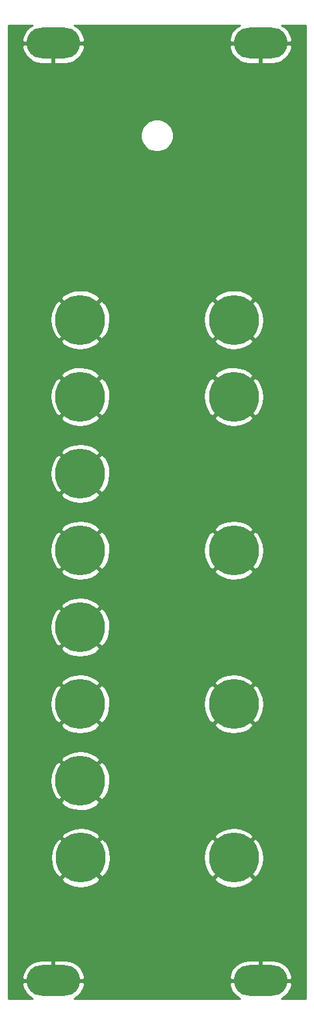
<source format=gtl>
G04 #@! TF.GenerationSoftware,KiCad,Pcbnew,(5.1.9)-1*
G04 #@! TF.CreationDate,2021-04-28T19:28:25+02:00*
G04 #@! TF.ProjectId,KicadJE_Drum_PE78 - Face,4b696361-644a-4455-9f44-72756d5f5045,rev?*
G04 #@! TF.SameCoordinates,Original*
G04 #@! TF.FileFunction,Copper,L1,Top*
G04 #@! TF.FilePolarity,Positive*
%FSLAX46Y46*%
G04 Gerber Fmt 4.6, Leading zero omitted, Abs format (unit mm)*
G04 Created by KiCad (PCBNEW (5.1.9)-1) date 2021-04-28 19:28:25*
%MOMM*%
%LPD*%
G01*
G04 APERTURE LIST*
G04 #@! TA.AperFunction,ComponentPad*
%ADD10C,6.500000*%
G04 #@! TD*
G04 #@! TA.AperFunction,ComponentPad*
%ADD11O,7.000000X4.000000*%
G04 #@! TD*
G04 #@! TA.AperFunction,Conductor*
%ADD12C,0.254000*%
G04 #@! TD*
G04 #@! TA.AperFunction,Conductor*
%ADD13C,0.150000*%
G04 #@! TD*
G04 APERTURE END LIST*
D10*
X223000000Y-75000000D03*
X223000000Y-85000000D03*
X203000000Y-75000000D03*
X203000000Y-85000000D03*
X203000000Y-95000000D03*
D11*
X226500000Y-39000000D03*
D10*
X223000000Y-125000000D03*
D11*
X199500000Y-39000000D03*
X199500000Y-161000000D03*
D10*
X203000000Y-105000000D03*
D11*
X226500000Y-161000000D03*
D10*
X203000000Y-115000000D03*
X203075001Y-145000000D03*
X203000000Y-125000000D03*
X223000000Y-105000000D03*
X223000000Y-145000000D03*
X203000000Y-135000000D03*
D12*
X196430475Y-36879635D02*
X196046970Y-37226576D01*
X195738519Y-37641669D01*
X195516975Y-38108962D01*
X195420333Y-38462838D01*
X195527009Y-38873000D01*
X199373000Y-38873000D01*
X199373000Y-38853000D01*
X199627000Y-38853000D01*
X199627000Y-38873000D01*
X203472991Y-38873000D01*
X203579667Y-38462838D01*
X203483025Y-38108962D01*
X203261481Y-37641669D01*
X202953030Y-37226576D01*
X202569525Y-36879635D01*
X202202314Y-36660000D01*
X223797686Y-36660000D01*
X223430475Y-36879635D01*
X223046970Y-37226576D01*
X222738519Y-37641669D01*
X222516975Y-38108962D01*
X222420333Y-38462838D01*
X222527009Y-38873000D01*
X226373000Y-38873000D01*
X226373000Y-38853000D01*
X226627000Y-38853000D01*
X226627000Y-38873000D01*
X230472991Y-38873000D01*
X230579667Y-38462838D01*
X230483025Y-38108962D01*
X230261481Y-37641669D01*
X229953030Y-37226576D01*
X229569525Y-36879635D01*
X229202314Y-36660000D01*
X232340000Y-36660000D01*
X232340001Y-163340000D01*
X229202314Y-163340000D01*
X229569525Y-163120365D01*
X229953030Y-162773424D01*
X230261481Y-162358331D01*
X230483025Y-161891038D01*
X230579667Y-161537162D01*
X230472991Y-161127000D01*
X226627000Y-161127000D01*
X226627000Y-161147000D01*
X226373000Y-161147000D01*
X226373000Y-161127000D01*
X222527009Y-161127000D01*
X222420333Y-161537162D01*
X222516975Y-161891038D01*
X222738519Y-162358331D01*
X223046970Y-162773424D01*
X223430475Y-163120365D01*
X223797686Y-163340000D01*
X202202314Y-163340000D01*
X202569525Y-163120365D01*
X202953030Y-162773424D01*
X203261481Y-162358331D01*
X203483025Y-161891038D01*
X203579667Y-161537162D01*
X203472991Y-161127000D01*
X199627000Y-161127000D01*
X199627000Y-161147000D01*
X199373000Y-161147000D01*
X199373000Y-161127000D01*
X195527009Y-161127000D01*
X195420333Y-161537162D01*
X195516975Y-161891038D01*
X195738519Y-162358331D01*
X196046970Y-162773424D01*
X196430475Y-163120365D01*
X196797686Y-163340000D01*
X193660000Y-163340000D01*
X193660000Y-160462838D01*
X195420333Y-160462838D01*
X195527009Y-160873000D01*
X199373000Y-160873000D01*
X199373000Y-158365000D01*
X199627000Y-158365000D01*
X199627000Y-160873000D01*
X203472991Y-160873000D01*
X203579667Y-160462838D01*
X222420333Y-160462838D01*
X222527009Y-160873000D01*
X226373000Y-160873000D01*
X226373000Y-158365000D01*
X226627000Y-158365000D01*
X226627000Y-160873000D01*
X230472991Y-160873000D01*
X230579667Y-160462838D01*
X230483025Y-160108962D01*
X230261481Y-159641669D01*
X229953030Y-159226576D01*
X229569525Y-158879635D01*
X229125704Y-158614178D01*
X228638623Y-158440407D01*
X228127000Y-158365000D01*
X226627000Y-158365000D01*
X226373000Y-158365000D01*
X224873000Y-158365000D01*
X224361377Y-158440407D01*
X223874296Y-158614178D01*
X223430475Y-158879635D01*
X223046970Y-159226576D01*
X222738519Y-159641669D01*
X222516975Y-160108962D01*
X222420333Y-160462838D01*
X203579667Y-160462838D01*
X203483025Y-160108962D01*
X203261481Y-159641669D01*
X202953030Y-159226576D01*
X202569525Y-158879635D01*
X202125704Y-158614178D01*
X201638623Y-158440407D01*
X201127000Y-158365000D01*
X199627000Y-158365000D01*
X199373000Y-158365000D01*
X197873000Y-158365000D01*
X197361377Y-158440407D01*
X196874296Y-158614178D01*
X196430475Y-158879635D01*
X196046970Y-159226576D01*
X195738519Y-159641669D01*
X195516975Y-160108962D01*
X195420333Y-160462838D01*
X193660000Y-160462838D01*
X193660000Y-147736428D01*
X200518178Y-147736428D01*
X200884366Y-148231216D01*
X201556838Y-148596501D01*
X202287651Y-148823575D01*
X203048722Y-148903710D01*
X203810804Y-148833828D01*
X204544609Y-148616614D01*
X205221937Y-148260416D01*
X205265636Y-148231216D01*
X205631824Y-147736428D01*
X220443177Y-147736428D01*
X220809365Y-148231216D01*
X221481837Y-148596501D01*
X222212650Y-148823575D01*
X222973721Y-148903710D01*
X223735803Y-148833828D01*
X224469608Y-148616614D01*
X225146936Y-148260416D01*
X225190635Y-148231216D01*
X225556823Y-147736428D01*
X223000000Y-145179605D01*
X220443177Y-147736428D01*
X205631824Y-147736428D01*
X203075001Y-145179605D01*
X200518178Y-147736428D01*
X193660000Y-147736428D01*
X193660000Y-144973721D01*
X199171291Y-144973721D01*
X199241173Y-145735803D01*
X199458387Y-146469608D01*
X199814585Y-147146936D01*
X199843785Y-147190635D01*
X200338573Y-147556823D01*
X202895396Y-145000000D01*
X203254606Y-145000000D01*
X205811429Y-147556823D01*
X206306217Y-147190635D01*
X206671502Y-146518163D01*
X206898576Y-145787350D01*
X206978711Y-145026279D01*
X206973892Y-144973721D01*
X219096290Y-144973721D01*
X219166172Y-145735803D01*
X219383386Y-146469608D01*
X219739584Y-147146936D01*
X219768784Y-147190635D01*
X220263572Y-147556823D01*
X222820395Y-145000000D01*
X223179605Y-145000000D01*
X225736428Y-147556823D01*
X226231216Y-147190635D01*
X226596501Y-146518163D01*
X226823575Y-145787350D01*
X226903710Y-145026279D01*
X226833828Y-144264197D01*
X226616614Y-143530392D01*
X226260416Y-142853064D01*
X226231216Y-142809365D01*
X225736428Y-142443177D01*
X223179605Y-145000000D01*
X222820395Y-145000000D01*
X220263572Y-142443177D01*
X219768784Y-142809365D01*
X219403499Y-143481837D01*
X219176425Y-144212650D01*
X219096290Y-144973721D01*
X206973892Y-144973721D01*
X206908829Y-144264197D01*
X206691615Y-143530392D01*
X206335417Y-142853064D01*
X206306217Y-142809365D01*
X205811429Y-142443177D01*
X203254606Y-145000000D01*
X202895396Y-145000000D01*
X200338573Y-142443177D01*
X199843785Y-142809365D01*
X199478500Y-143481837D01*
X199251426Y-144212650D01*
X199171291Y-144973721D01*
X193660000Y-144973721D01*
X193660000Y-142263572D01*
X200518178Y-142263572D01*
X203075001Y-144820395D01*
X205631824Y-142263572D01*
X220443177Y-142263572D01*
X223000000Y-144820395D01*
X225556823Y-142263572D01*
X225190635Y-141768784D01*
X224518163Y-141403499D01*
X223787350Y-141176425D01*
X223026279Y-141096290D01*
X222264197Y-141166172D01*
X221530392Y-141383386D01*
X220853064Y-141739584D01*
X220809365Y-141768784D01*
X220443177Y-142263572D01*
X205631824Y-142263572D01*
X205265636Y-141768784D01*
X204593164Y-141403499D01*
X203862351Y-141176425D01*
X203101280Y-141096290D01*
X202339198Y-141166172D01*
X201605393Y-141383386D01*
X200928065Y-141739584D01*
X200884366Y-141768784D01*
X200518178Y-142263572D01*
X193660000Y-142263572D01*
X193660000Y-137736428D01*
X200443177Y-137736428D01*
X200809365Y-138231216D01*
X201481837Y-138596501D01*
X202212650Y-138823575D01*
X202973721Y-138903710D01*
X203735803Y-138833828D01*
X204469608Y-138616614D01*
X205146936Y-138260416D01*
X205190635Y-138231216D01*
X205556823Y-137736428D01*
X203000000Y-135179605D01*
X200443177Y-137736428D01*
X193660000Y-137736428D01*
X193660000Y-134973721D01*
X199096290Y-134973721D01*
X199166172Y-135735803D01*
X199383386Y-136469608D01*
X199739584Y-137146936D01*
X199768784Y-137190635D01*
X200263572Y-137556823D01*
X202820395Y-135000000D01*
X203179605Y-135000000D01*
X205736428Y-137556823D01*
X206231216Y-137190635D01*
X206596501Y-136518163D01*
X206823575Y-135787350D01*
X206903710Y-135026279D01*
X206833828Y-134264197D01*
X206616614Y-133530392D01*
X206260416Y-132853064D01*
X206231216Y-132809365D01*
X205736428Y-132443177D01*
X203179605Y-135000000D01*
X202820395Y-135000000D01*
X200263572Y-132443177D01*
X199768784Y-132809365D01*
X199403499Y-133481837D01*
X199176425Y-134212650D01*
X199096290Y-134973721D01*
X193660000Y-134973721D01*
X193660000Y-132263572D01*
X200443177Y-132263572D01*
X203000000Y-134820395D01*
X205556823Y-132263572D01*
X205190635Y-131768784D01*
X204518163Y-131403499D01*
X203787350Y-131176425D01*
X203026279Y-131096290D01*
X202264197Y-131166172D01*
X201530392Y-131383386D01*
X200853064Y-131739584D01*
X200809365Y-131768784D01*
X200443177Y-132263572D01*
X193660000Y-132263572D01*
X193660000Y-127736428D01*
X200443177Y-127736428D01*
X200809365Y-128231216D01*
X201481837Y-128596501D01*
X202212650Y-128823575D01*
X202973721Y-128903710D01*
X203735803Y-128833828D01*
X204469608Y-128616614D01*
X205146936Y-128260416D01*
X205190635Y-128231216D01*
X205556823Y-127736428D01*
X220443177Y-127736428D01*
X220809365Y-128231216D01*
X221481837Y-128596501D01*
X222212650Y-128823575D01*
X222973721Y-128903710D01*
X223735803Y-128833828D01*
X224469608Y-128616614D01*
X225146936Y-128260416D01*
X225190635Y-128231216D01*
X225556823Y-127736428D01*
X223000000Y-125179605D01*
X220443177Y-127736428D01*
X205556823Y-127736428D01*
X203000000Y-125179605D01*
X200443177Y-127736428D01*
X193660000Y-127736428D01*
X193660000Y-124973721D01*
X199096290Y-124973721D01*
X199166172Y-125735803D01*
X199383386Y-126469608D01*
X199739584Y-127146936D01*
X199768784Y-127190635D01*
X200263572Y-127556823D01*
X202820395Y-125000000D01*
X203179605Y-125000000D01*
X205736428Y-127556823D01*
X206231216Y-127190635D01*
X206596501Y-126518163D01*
X206823575Y-125787350D01*
X206903710Y-125026279D01*
X206898891Y-124973721D01*
X219096290Y-124973721D01*
X219166172Y-125735803D01*
X219383386Y-126469608D01*
X219739584Y-127146936D01*
X219768784Y-127190635D01*
X220263572Y-127556823D01*
X222820395Y-125000000D01*
X223179605Y-125000000D01*
X225736428Y-127556823D01*
X226231216Y-127190635D01*
X226596501Y-126518163D01*
X226823575Y-125787350D01*
X226903710Y-125026279D01*
X226833828Y-124264197D01*
X226616614Y-123530392D01*
X226260416Y-122853064D01*
X226231216Y-122809365D01*
X225736428Y-122443177D01*
X223179605Y-125000000D01*
X222820395Y-125000000D01*
X220263572Y-122443177D01*
X219768784Y-122809365D01*
X219403499Y-123481837D01*
X219176425Y-124212650D01*
X219096290Y-124973721D01*
X206898891Y-124973721D01*
X206833828Y-124264197D01*
X206616614Y-123530392D01*
X206260416Y-122853064D01*
X206231216Y-122809365D01*
X205736428Y-122443177D01*
X203179605Y-125000000D01*
X202820395Y-125000000D01*
X200263572Y-122443177D01*
X199768784Y-122809365D01*
X199403499Y-123481837D01*
X199176425Y-124212650D01*
X199096290Y-124973721D01*
X193660000Y-124973721D01*
X193660000Y-122263572D01*
X200443177Y-122263572D01*
X203000000Y-124820395D01*
X205556823Y-122263572D01*
X220443177Y-122263572D01*
X223000000Y-124820395D01*
X225556823Y-122263572D01*
X225190635Y-121768784D01*
X224518163Y-121403499D01*
X223787350Y-121176425D01*
X223026279Y-121096290D01*
X222264197Y-121166172D01*
X221530392Y-121383386D01*
X220853064Y-121739584D01*
X220809365Y-121768784D01*
X220443177Y-122263572D01*
X205556823Y-122263572D01*
X205190635Y-121768784D01*
X204518163Y-121403499D01*
X203787350Y-121176425D01*
X203026279Y-121096290D01*
X202264197Y-121166172D01*
X201530392Y-121383386D01*
X200853064Y-121739584D01*
X200809365Y-121768784D01*
X200443177Y-122263572D01*
X193660000Y-122263572D01*
X193660000Y-117736428D01*
X200443177Y-117736428D01*
X200809365Y-118231216D01*
X201481837Y-118596501D01*
X202212650Y-118823575D01*
X202973721Y-118903710D01*
X203735803Y-118833828D01*
X204469608Y-118616614D01*
X205146936Y-118260416D01*
X205190635Y-118231216D01*
X205556823Y-117736428D01*
X203000000Y-115179605D01*
X200443177Y-117736428D01*
X193660000Y-117736428D01*
X193660000Y-114973721D01*
X199096290Y-114973721D01*
X199166172Y-115735803D01*
X199383386Y-116469608D01*
X199739584Y-117146936D01*
X199768784Y-117190635D01*
X200263572Y-117556823D01*
X202820395Y-115000000D01*
X203179605Y-115000000D01*
X205736428Y-117556823D01*
X206231216Y-117190635D01*
X206596501Y-116518163D01*
X206823575Y-115787350D01*
X206903710Y-115026279D01*
X206833828Y-114264197D01*
X206616614Y-113530392D01*
X206260416Y-112853064D01*
X206231216Y-112809365D01*
X205736428Y-112443177D01*
X203179605Y-115000000D01*
X202820395Y-115000000D01*
X200263572Y-112443177D01*
X199768784Y-112809365D01*
X199403499Y-113481837D01*
X199176425Y-114212650D01*
X199096290Y-114973721D01*
X193660000Y-114973721D01*
X193660000Y-112263572D01*
X200443177Y-112263572D01*
X203000000Y-114820395D01*
X205556823Y-112263572D01*
X205190635Y-111768784D01*
X204518163Y-111403499D01*
X203787350Y-111176425D01*
X203026279Y-111096290D01*
X202264197Y-111166172D01*
X201530392Y-111383386D01*
X200853064Y-111739584D01*
X200809365Y-111768784D01*
X200443177Y-112263572D01*
X193660000Y-112263572D01*
X193660000Y-107736428D01*
X200443177Y-107736428D01*
X200809365Y-108231216D01*
X201481837Y-108596501D01*
X202212650Y-108823575D01*
X202973721Y-108903710D01*
X203735803Y-108833828D01*
X204469608Y-108616614D01*
X205146936Y-108260416D01*
X205190635Y-108231216D01*
X205556823Y-107736428D01*
X220443177Y-107736428D01*
X220809365Y-108231216D01*
X221481837Y-108596501D01*
X222212650Y-108823575D01*
X222973721Y-108903710D01*
X223735803Y-108833828D01*
X224469608Y-108616614D01*
X225146936Y-108260416D01*
X225190635Y-108231216D01*
X225556823Y-107736428D01*
X223000000Y-105179605D01*
X220443177Y-107736428D01*
X205556823Y-107736428D01*
X203000000Y-105179605D01*
X200443177Y-107736428D01*
X193660000Y-107736428D01*
X193660000Y-104973721D01*
X199096290Y-104973721D01*
X199166172Y-105735803D01*
X199383386Y-106469608D01*
X199739584Y-107146936D01*
X199768784Y-107190635D01*
X200263572Y-107556823D01*
X202820395Y-105000000D01*
X203179605Y-105000000D01*
X205736428Y-107556823D01*
X206231216Y-107190635D01*
X206596501Y-106518163D01*
X206823575Y-105787350D01*
X206903710Y-105026279D01*
X206898891Y-104973721D01*
X219096290Y-104973721D01*
X219166172Y-105735803D01*
X219383386Y-106469608D01*
X219739584Y-107146936D01*
X219768784Y-107190635D01*
X220263572Y-107556823D01*
X222820395Y-105000000D01*
X223179605Y-105000000D01*
X225736428Y-107556823D01*
X226231216Y-107190635D01*
X226596501Y-106518163D01*
X226823575Y-105787350D01*
X226903710Y-105026279D01*
X226833828Y-104264197D01*
X226616614Y-103530392D01*
X226260416Y-102853064D01*
X226231216Y-102809365D01*
X225736428Y-102443177D01*
X223179605Y-105000000D01*
X222820395Y-105000000D01*
X220263572Y-102443177D01*
X219768784Y-102809365D01*
X219403499Y-103481837D01*
X219176425Y-104212650D01*
X219096290Y-104973721D01*
X206898891Y-104973721D01*
X206833828Y-104264197D01*
X206616614Y-103530392D01*
X206260416Y-102853064D01*
X206231216Y-102809365D01*
X205736428Y-102443177D01*
X203179605Y-105000000D01*
X202820395Y-105000000D01*
X200263572Y-102443177D01*
X199768784Y-102809365D01*
X199403499Y-103481837D01*
X199176425Y-104212650D01*
X199096290Y-104973721D01*
X193660000Y-104973721D01*
X193660000Y-102263572D01*
X200443177Y-102263572D01*
X203000000Y-104820395D01*
X205556823Y-102263572D01*
X220443177Y-102263572D01*
X223000000Y-104820395D01*
X225556823Y-102263572D01*
X225190635Y-101768784D01*
X224518163Y-101403499D01*
X223787350Y-101176425D01*
X223026279Y-101096290D01*
X222264197Y-101166172D01*
X221530392Y-101383386D01*
X220853064Y-101739584D01*
X220809365Y-101768784D01*
X220443177Y-102263572D01*
X205556823Y-102263572D01*
X205190635Y-101768784D01*
X204518163Y-101403499D01*
X203787350Y-101176425D01*
X203026279Y-101096290D01*
X202264197Y-101166172D01*
X201530392Y-101383386D01*
X200853064Y-101739584D01*
X200809365Y-101768784D01*
X200443177Y-102263572D01*
X193660000Y-102263572D01*
X193660000Y-97736428D01*
X200443177Y-97736428D01*
X200809365Y-98231216D01*
X201481837Y-98596501D01*
X202212650Y-98823575D01*
X202973721Y-98903710D01*
X203735803Y-98833828D01*
X204469608Y-98616614D01*
X205146936Y-98260416D01*
X205190635Y-98231216D01*
X205556823Y-97736428D01*
X203000000Y-95179605D01*
X200443177Y-97736428D01*
X193660000Y-97736428D01*
X193660000Y-94973721D01*
X199096290Y-94973721D01*
X199166172Y-95735803D01*
X199383386Y-96469608D01*
X199739584Y-97146936D01*
X199768784Y-97190635D01*
X200263572Y-97556823D01*
X202820395Y-95000000D01*
X203179605Y-95000000D01*
X205736428Y-97556823D01*
X206231216Y-97190635D01*
X206596501Y-96518163D01*
X206823575Y-95787350D01*
X206903710Y-95026279D01*
X206833828Y-94264197D01*
X206616614Y-93530392D01*
X206260416Y-92853064D01*
X206231216Y-92809365D01*
X205736428Y-92443177D01*
X203179605Y-95000000D01*
X202820395Y-95000000D01*
X200263572Y-92443177D01*
X199768784Y-92809365D01*
X199403499Y-93481837D01*
X199176425Y-94212650D01*
X199096290Y-94973721D01*
X193660000Y-94973721D01*
X193660000Y-92263572D01*
X200443177Y-92263572D01*
X203000000Y-94820395D01*
X205556823Y-92263572D01*
X205190635Y-91768784D01*
X204518163Y-91403499D01*
X203787350Y-91176425D01*
X203026279Y-91096290D01*
X202264197Y-91166172D01*
X201530392Y-91383386D01*
X200853064Y-91739584D01*
X200809365Y-91768784D01*
X200443177Y-92263572D01*
X193660000Y-92263572D01*
X193660000Y-87736428D01*
X200443177Y-87736428D01*
X200809365Y-88231216D01*
X201481837Y-88596501D01*
X202212650Y-88823575D01*
X202973721Y-88903710D01*
X203735803Y-88833828D01*
X204469608Y-88616614D01*
X205146936Y-88260416D01*
X205190635Y-88231216D01*
X205556823Y-87736428D01*
X220443177Y-87736428D01*
X220809365Y-88231216D01*
X221481837Y-88596501D01*
X222212650Y-88823575D01*
X222973721Y-88903710D01*
X223735803Y-88833828D01*
X224469608Y-88616614D01*
X225146936Y-88260416D01*
X225190635Y-88231216D01*
X225556823Y-87736428D01*
X223000000Y-85179605D01*
X220443177Y-87736428D01*
X205556823Y-87736428D01*
X203000000Y-85179605D01*
X200443177Y-87736428D01*
X193660000Y-87736428D01*
X193660000Y-84973721D01*
X199096290Y-84973721D01*
X199166172Y-85735803D01*
X199383386Y-86469608D01*
X199739584Y-87146936D01*
X199768784Y-87190635D01*
X200263572Y-87556823D01*
X202820395Y-85000000D01*
X203179605Y-85000000D01*
X205736428Y-87556823D01*
X206231216Y-87190635D01*
X206596501Y-86518163D01*
X206823575Y-85787350D01*
X206903710Y-85026279D01*
X206898891Y-84973721D01*
X219096290Y-84973721D01*
X219166172Y-85735803D01*
X219383386Y-86469608D01*
X219739584Y-87146936D01*
X219768784Y-87190635D01*
X220263572Y-87556823D01*
X222820395Y-85000000D01*
X223179605Y-85000000D01*
X225736428Y-87556823D01*
X226231216Y-87190635D01*
X226596501Y-86518163D01*
X226823575Y-85787350D01*
X226903710Y-85026279D01*
X226833828Y-84264197D01*
X226616614Y-83530392D01*
X226260416Y-82853064D01*
X226231216Y-82809365D01*
X225736428Y-82443177D01*
X223179605Y-85000000D01*
X222820395Y-85000000D01*
X220263572Y-82443177D01*
X219768784Y-82809365D01*
X219403499Y-83481837D01*
X219176425Y-84212650D01*
X219096290Y-84973721D01*
X206898891Y-84973721D01*
X206833828Y-84264197D01*
X206616614Y-83530392D01*
X206260416Y-82853064D01*
X206231216Y-82809365D01*
X205736428Y-82443177D01*
X203179605Y-85000000D01*
X202820395Y-85000000D01*
X200263572Y-82443177D01*
X199768784Y-82809365D01*
X199403499Y-83481837D01*
X199176425Y-84212650D01*
X199096290Y-84973721D01*
X193660000Y-84973721D01*
X193660000Y-82263572D01*
X200443177Y-82263572D01*
X203000000Y-84820395D01*
X205556823Y-82263572D01*
X220443177Y-82263572D01*
X223000000Y-84820395D01*
X225556823Y-82263572D01*
X225190635Y-81768784D01*
X224518163Y-81403499D01*
X223787350Y-81176425D01*
X223026279Y-81096290D01*
X222264197Y-81166172D01*
X221530392Y-81383386D01*
X220853064Y-81739584D01*
X220809365Y-81768784D01*
X220443177Y-82263572D01*
X205556823Y-82263572D01*
X205190635Y-81768784D01*
X204518163Y-81403499D01*
X203787350Y-81176425D01*
X203026279Y-81096290D01*
X202264197Y-81166172D01*
X201530392Y-81383386D01*
X200853064Y-81739584D01*
X200809365Y-81768784D01*
X200443177Y-82263572D01*
X193660000Y-82263572D01*
X193660000Y-77736428D01*
X200443177Y-77736428D01*
X200809365Y-78231216D01*
X201481837Y-78596501D01*
X202212650Y-78823575D01*
X202973721Y-78903710D01*
X203735803Y-78833828D01*
X204469608Y-78616614D01*
X205146936Y-78260416D01*
X205190635Y-78231216D01*
X205556823Y-77736428D01*
X220443177Y-77736428D01*
X220809365Y-78231216D01*
X221481837Y-78596501D01*
X222212650Y-78823575D01*
X222973721Y-78903710D01*
X223735803Y-78833828D01*
X224469608Y-78616614D01*
X225146936Y-78260416D01*
X225190635Y-78231216D01*
X225556823Y-77736428D01*
X223000000Y-75179605D01*
X220443177Y-77736428D01*
X205556823Y-77736428D01*
X203000000Y-75179605D01*
X200443177Y-77736428D01*
X193660000Y-77736428D01*
X193660000Y-74973721D01*
X199096290Y-74973721D01*
X199166172Y-75735803D01*
X199383386Y-76469608D01*
X199739584Y-77146936D01*
X199768784Y-77190635D01*
X200263572Y-77556823D01*
X202820395Y-75000000D01*
X203179605Y-75000000D01*
X205736428Y-77556823D01*
X206231216Y-77190635D01*
X206596501Y-76518163D01*
X206823575Y-75787350D01*
X206903710Y-75026279D01*
X206898891Y-74973721D01*
X219096290Y-74973721D01*
X219166172Y-75735803D01*
X219383386Y-76469608D01*
X219739584Y-77146936D01*
X219768784Y-77190635D01*
X220263572Y-77556823D01*
X222820395Y-75000000D01*
X223179605Y-75000000D01*
X225736428Y-77556823D01*
X226231216Y-77190635D01*
X226596501Y-76518163D01*
X226823575Y-75787350D01*
X226903710Y-75026279D01*
X226833828Y-74264197D01*
X226616614Y-73530392D01*
X226260416Y-72853064D01*
X226231216Y-72809365D01*
X225736428Y-72443177D01*
X223179605Y-75000000D01*
X222820395Y-75000000D01*
X220263572Y-72443177D01*
X219768784Y-72809365D01*
X219403499Y-73481837D01*
X219176425Y-74212650D01*
X219096290Y-74973721D01*
X206898891Y-74973721D01*
X206833828Y-74264197D01*
X206616614Y-73530392D01*
X206260416Y-72853064D01*
X206231216Y-72809365D01*
X205736428Y-72443177D01*
X203179605Y-75000000D01*
X202820395Y-75000000D01*
X200263572Y-72443177D01*
X199768784Y-72809365D01*
X199403499Y-73481837D01*
X199176425Y-74212650D01*
X199096290Y-74973721D01*
X193660000Y-74973721D01*
X193660000Y-72263572D01*
X200443177Y-72263572D01*
X203000000Y-74820395D01*
X205556823Y-72263572D01*
X220443177Y-72263572D01*
X223000000Y-74820395D01*
X225556823Y-72263572D01*
X225190635Y-71768784D01*
X224518163Y-71403499D01*
X223787350Y-71176425D01*
X223026279Y-71096290D01*
X222264197Y-71166172D01*
X221530392Y-71383386D01*
X220853064Y-71739584D01*
X220809365Y-71768784D01*
X220443177Y-72263572D01*
X205556823Y-72263572D01*
X205190635Y-71768784D01*
X204518163Y-71403499D01*
X203787350Y-71176425D01*
X203026279Y-71096290D01*
X202264197Y-71166172D01*
X201530392Y-71383386D01*
X200853064Y-71739584D01*
X200809365Y-71768784D01*
X200443177Y-72263572D01*
X193660000Y-72263572D01*
X193660000Y-50789721D01*
X210865000Y-50789721D01*
X210865000Y-51210279D01*
X210947047Y-51622756D01*
X211107988Y-52011302D01*
X211341637Y-52360983D01*
X211639017Y-52658363D01*
X211988698Y-52892012D01*
X212377244Y-53052953D01*
X212789721Y-53135000D01*
X213210279Y-53135000D01*
X213622756Y-53052953D01*
X214011302Y-52892012D01*
X214360983Y-52658363D01*
X214658363Y-52360983D01*
X214892012Y-52011302D01*
X215052953Y-51622756D01*
X215135000Y-51210279D01*
X215135000Y-50789721D01*
X215052953Y-50377244D01*
X214892012Y-49988698D01*
X214658363Y-49639017D01*
X214360983Y-49341637D01*
X214011302Y-49107988D01*
X213622756Y-48947047D01*
X213210279Y-48865000D01*
X212789721Y-48865000D01*
X212377244Y-48947047D01*
X211988698Y-49107988D01*
X211639017Y-49341637D01*
X211341637Y-49639017D01*
X211107988Y-49988698D01*
X210947047Y-50377244D01*
X210865000Y-50789721D01*
X193660000Y-50789721D01*
X193660000Y-39537162D01*
X195420333Y-39537162D01*
X195516975Y-39891038D01*
X195738519Y-40358331D01*
X196046970Y-40773424D01*
X196430475Y-41120365D01*
X196874296Y-41385822D01*
X197361377Y-41559593D01*
X197873000Y-41635000D01*
X199373000Y-41635000D01*
X199373000Y-39127000D01*
X199627000Y-39127000D01*
X199627000Y-41635000D01*
X201127000Y-41635000D01*
X201638623Y-41559593D01*
X202125704Y-41385822D01*
X202569525Y-41120365D01*
X202953030Y-40773424D01*
X203261481Y-40358331D01*
X203483025Y-39891038D01*
X203579667Y-39537162D01*
X222420333Y-39537162D01*
X222516975Y-39891038D01*
X222738519Y-40358331D01*
X223046970Y-40773424D01*
X223430475Y-41120365D01*
X223874296Y-41385822D01*
X224361377Y-41559593D01*
X224873000Y-41635000D01*
X226373000Y-41635000D01*
X226373000Y-39127000D01*
X226627000Y-39127000D01*
X226627000Y-41635000D01*
X228127000Y-41635000D01*
X228638623Y-41559593D01*
X229125704Y-41385822D01*
X229569525Y-41120365D01*
X229953030Y-40773424D01*
X230261481Y-40358331D01*
X230483025Y-39891038D01*
X230579667Y-39537162D01*
X230472991Y-39127000D01*
X226627000Y-39127000D01*
X226373000Y-39127000D01*
X222527009Y-39127000D01*
X222420333Y-39537162D01*
X203579667Y-39537162D01*
X203472991Y-39127000D01*
X199627000Y-39127000D01*
X199373000Y-39127000D01*
X195527009Y-39127000D01*
X195420333Y-39537162D01*
X193660000Y-39537162D01*
X193660000Y-36660000D01*
X196797686Y-36660000D01*
X196430475Y-36879635D01*
G04 #@! TA.AperFunction,Conductor*
D13*
G36*
X196430475Y-36879635D02*
G01*
X196046970Y-37226576D01*
X195738519Y-37641669D01*
X195516975Y-38108962D01*
X195420333Y-38462838D01*
X195527009Y-38873000D01*
X199373000Y-38873000D01*
X199373000Y-38853000D01*
X199627000Y-38853000D01*
X199627000Y-38873000D01*
X203472991Y-38873000D01*
X203579667Y-38462838D01*
X203483025Y-38108962D01*
X203261481Y-37641669D01*
X202953030Y-37226576D01*
X202569525Y-36879635D01*
X202202314Y-36660000D01*
X223797686Y-36660000D01*
X223430475Y-36879635D01*
X223046970Y-37226576D01*
X222738519Y-37641669D01*
X222516975Y-38108962D01*
X222420333Y-38462838D01*
X222527009Y-38873000D01*
X226373000Y-38873000D01*
X226373000Y-38853000D01*
X226627000Y-38853000D01*
X226627000Y-38873000D01*
X230472991Y-38873000D01*
X230579667Y-38462838D01*
X230483025Y-38108962D01*
X230261481Y-37641669D01*
X229953030Y-37226576D01*
X229569525Y-36879635D01*
X229202314Y-36660000D01*
X232340000Y-36660000D01*
X232340001Y-163340000D01*
X229202314Y-163340000D01*
X229569525Y-163120365D01*
X229953030Y-162773424D01*
X230261481Y-162358331D01*
X230483025Y-161891038D01*
X230579667Y-161537162D01*
X230472991Y-161127000D01*
X226627000Y-161127000D01*
X226627000Y-161147000D01*
X226373000Y-161147000D01*
X226373000Y-161127000D01*
X222527009Y-161127000D01*
X222420333Y-161537162D01*
X222516975Y-161891038D01*
X222738519Y-162358331D01*
X223046970Y-162773424D01*
X223430475Y-163120365D01*
X223797686Y-163340000D01*
X202202314Y-163340000D01*
X202569525Y-163120365D01*
X202953030Y-162773424D01*
X203261481Y-162358331D01*
X203483025Y-161891038D01*
X203579667Y-161537162D01*
X203472991Y-161127000D01*
X199627000Y-161127000D01*
X199627000Y-161147000D01*
X199373000Y-161147000D01*
X199373000Y-161127000D01*
X195527009Y-161127000D01*
X195420333Y-161537162D01*
X195516975Y-161891038D01*
X195738519Y-162358331D01*
X196046970Y-162773424D01*
X196430475Y-163120365D01*
X196797686Y-163340000D01*
X193660000Y-163340000D01*
X193660000Y-160462838D01*
X195420333Y-160462838D01*
X195527009Y-160873000D01*
X199373000Y-160873000D01*
X199373000Y-158365000D01*
X199627000Y-158365000D01*
X199627000Y-160873000D01*
X203472991Y-160873000D01*
X203579667Y-160462838D01*
X222420333Y-160462838D01*
X222527009Y-160873000D01*
X226373000Y-160873000D01*
X226373000Y-158365000D01*
X226627000Y-158365000D01*
X226627000Y-160873000D01*
X230472991Y-160873000D01*
X230579667Y-160462838D01*
X230483025Y-160108962D01*
X230261481Y-159641669D01*
X229953030Y-159226576D01*
X229569525Y-158879635D01*
X229125704Y-158614178D01*
X228638623Y-158440407D01*
X228127000Y-158365000D01*
X226627000Y-158365000D01*
X226373000Y-158365000D01*
X224873000Y-158365000D01*
X224361377Y-158440407D01*
X223874296Y-158614178D01*
X223430475Y-158879635D01*
X223046970Y-159226576D01*
X222738519Y-159641669D01*
X222516975Y-160108962D01*
X222420333Y-160462838D01*
X203579667Y-160462838D01*
X203483025Y-160108962D01*
X203261481Y-159641669D01*
X202953030Y-159226576D01*
X202569525Y-158879635D01*
X202125704Y-158614178D01*
X201638623Y-158440407D01*
X201127000Y-158365000D01*
X199627000Y-158365000D01*
X199373000Y-158365000D01*
X197873000Y-158365000D01*
X197361377Y-158440407D01*
X196874296Y-158614178D01*
X196430475Y-158879635D01*
X196046970Y-159226576D01*
X195738519Y-159641669D01*
X195516975Y-160108962D01*
X195420333Y-160462838D01*
X193660000Y-160462838D01*
X193660000Y-147736428D01*
X200518178Y-147736428D01*
X200884366Y-148231216D01*
X201556838Y-148596501D01*
X202287651Y-148823575D01*
X203048722Y-148903710D01*
X203810804Y-148833828D01*
X204544609Y-148616614D01*
X205221937Y-148260416D01*
X205265636Y-148231216D01*
X205631824Y-147736428D01*
X220443177Y-147736428D01*
X220809365Y-148231216D01*
X221481837Y-148596501D01*
X222212650Y-148823575D01*
X222973721Y-148903710D01*
X223735803Y-148833828D01*
X224469608Y-148616614D01*
X225146936Y-148260416D01*
X225190635Y-148231216D01*
X225556823Y-147736428D01*
X223000000Y-145179605D01*
X220443177Y-147736428D01*
X205631824Y-147736428D01*
X203075001Y-145179605D01*
X200518178Y-147736428D01*
X193660000Y-147736428D01*
X193660000Y-144973721D01*
X199171291Y-144973721D01*
X199241173Y-145735803D01*
X199458387Y-146469608D01*
X199814585Y-147146936D01*
X199843785Y-147190635D01*
X200338573Y-147556823D01*
X202895396Y-145000000D01*
X203254606Y-145000000D01*
X205811429Y-147556823D01*
X206306217Y-147190635D01*
X206671502Y-146518163D01*
X206898576Y-145787350D01*
X206978711Y-145026279D01*
X206973892Y-144973721D01*
X219096290Y-144973721D01*
X219166172Y-145735803D01*
X219383386Y-146469608D01*
X219739584Y-147146936D01*
X219768784Y-147190635D01*
X220263572Y-147556823D01*
X222820395Y-145000000D01*
X223179605Y-145000000D01*
X225736428Y-147556823D01*
X226231216Y-147190635D01*
X226596501Y-146518163D01*
X226823575Y-145787350D01*
X226903710Y-145026279D01*
X226833828Y-144264197D01*
X226616614Y-143530392D01*
X226260416Y-142853064D01*
X226231216Y-142809365D01*
X225736428Y-142443177D01*
X223179605Y-145000000D01*
X222820395Y-145000000D01*
X220263572Y-142443177D01*
X219768784Y-142809365D01*
X219403499Y-143481837D01*
X219176425Y-144212650D01*
X219096290Y-144973721D01*
X206973892Y-144973721D01*
X206908829Y-144264197D01*
X206691615Y-143530392D01*
X206335417Y-142853064D01*
X206306217Y-142809365D01*
X205811429Y-142443177D01*
X203254606Y-145000000D01*
X202895396Y-145000000D01*
X200338573Y-142443177D01*
X199843785Y-142809365D01*
X199478500Y-143481837D01*
X199251426Y-144212650D01*
X199171291Y-144973721D01*
X193660000Y-144973721D01*
X193660000Y-142263572D01*
X200518178Y-142263572D01*
X203075001Y-144820395D01*
X205631824Y-142263572D01*
X220443177Y-142263572D01*
X223000000Y-144820395D01*
X225556823Y-142263572D01*
X225190635Y-141768784D01*
X224518163Y-141403499D01*
X223787350Y-141176425D01*
X223026279Y-141096290D01*
X222264197Y-141166172D01*
X221530392Y-141383386D01*
X220853064Y-141739584D01*
X220809365Y-141768784D01*
X220443177Y-142263572D01*
X205631824Y-142263572D01*
X205265636Y-141768784D01*
X204593164Y-141403499D01*
X203862351Y-141176425D01*
X203101280Y-141096290D01*
X202339198Y-141166172D01*
X201605393Y-141383386D01*
X200928065Y-141739584D01*
X200884366Y-141768784D01*
X200518178Y-142263572D01*
X193660000Y-142263572D01*
X193660000Y-137736428D01*
X200443177Y-137736428D01*
X200809365Y-138231216D01*
X201481837Y-138596501D01*
X202212650Y-138823575D01*
X202973721Y-138903710D01*
X203735803Y-138833828D01*
X204469608Y-138616614D01*
X205146936Y-138260416D01*
X205190635Y-138231216D01*
X205556823Y-137736428D01*
X203000000Y-135179605D01*
X200443177Y-137736428D01*
X193660000Y-137736428D01*
X193660000Y-134973721D01*
X199096290Y-134973721D01*
X199166172Y-135735803D01*
X199383386Y-136469608D01*
X199739584Y-137146936D01*
X199768784Y-137190635D01*
X200263572Y-137556823D01*
X202820395Y-135000000D01*
X203179605Y-135000000D01*
X205736428Y-137556823D01*
X206231216Y-137190635D01*
X206596501Y-136518163D01*
X206823575Y-135787350D01*
X206903710Y-135026279D01*
X206833828Y-134264197D01*
X206616614Y-133530392D01*
X206260416Y-132853064D01*
X206231216Y-132809365D01*
X205736428Y-132443177D01*
X203179605Y-135000000D01*
X202820395Y-135000000D01*
X200263572Y-132443177D01*
X199768784Y-132809365D01*
X199403499Y-133481837D01*
X199176425Y-134212650D01*
X199096290Y-134973721D01*
X193660000Y-134973721D01*
X193660000Y-132263572D01*
X200443177Y-132263572D01*
X203000000Y-134820395D01*
X205556823Y-132263572D01*
X205190635Y-131768784D01*
X204518163Y-131403499D01*
X203787350Y-131176425D01*
X203026279Y-131096290D01*
X202264197Y-131166172D01*
X201530392Y-131383386D01*
X200853064Y-131739584D01*
X200809365Y-131768784D01*
X200443177Y-132263572D01*
X193660000Y-132263572D01*
X193660000Y-127736428D01*
X200443177Y-127736428D01*
X200809365Y-128231216D01*
X201481837Y-128596501D01*
X202212650Y-128823575D01*
X202973721Y-128903710D01*
X203735803Y-128833828D01*
X204469608Y-128616614D01*
X205146936Y-128260416D01*
X205190635Y-128231216D01*
X205556823Y-127736428D01*
X220443177Y-127736428D01*
X220809365Y-128231216D01*
X221481837Y-128596501D01*
X222212650Y-128823575D01*
X222973721Y-128903710D01*
X223735803Y-128833828D01*
X224469608Y-128616614D01*
X225146936Y-128260416D01*
X225190635Y-128231216D01*
X225556823Y-127736428D01*
X223000000Y-125179605D01*
X220443177Y-127736428D01*
X205556823Y-127736428D01*
X203000000Y-125179605D01*
X200443177Y-127736428D01*
X193660000Y-127736428D01*
X193660000Y-124973721D01*
X199096290Y-124973721D01*
X199166172Y-125735803D01*
X199383386Y-126469608D01*
X199739584Y-127146936D01*
X199768784Y-127190635D01*
X200263572Y-127556823D01*
X202820395Y-125000000D01*
X203179605Y-125000000D01*
X205736428Y-127556823D01*
X206231216Y-127190635D01*
X206596501Y-126518163D01*
X206823575Y-125787350D01*
X206903710Y-125026279D01*
X206898891Y-124973721D01*
X219096290Y-124973721D01*
X219166172Y-125735803D01*
X219383386Y-126469608D01*
X219739584Y-127146936D01*
X219768784Y-127190635D01*
X220263572Y-127556823D01*
X222820395Y-125000000D01*
X223179605Y-125000000D01*
X225736428Y-127556823D01*
X226231216Y-127190635D01*
X226596501Y-126518163D01*
X226823575Y-125787350D01*
X226903710Y-125026279D01*
X226833828Y-124264197D01*
X226616614Y-123530392D01*
X226260416Y-122853064D01*
X226231216Y-122809365D01*
X225736428Y-122443177D01*
X223179605Y-125000000D01*
X222820395Y-125000000D01*
X220263572Y-122443177D01*
X219768784Y-122809365D01*
X219403499Y-123481837D01*
X219176425Y-124212650D01*
X219096290Y-124973721D01*
X206898891Y-124973721D01*
X206833828Y-124264197D01*
X206616614Y-123530392D01*
X206260416Y-122853064D01*
X206231216Y-122809365D01*
X205736428Y-122443177D01*
X203179605Y-125000000D01*
X202820395Y-125000000D01*
X200263572Y-122443177D01*
X199768784Y-122809365D01*
X199403499Y-123481837D01*
X199176425Y-124212650D01*
X199096290Y-124973721D01*
X193660000Y-124973721D01*
X193660000Y-122263572D01*
X200443177Y-122263572D01*
X203000000Y-124820395D01*
X205556823Y-122263572D01*
X220443177Y-122263572D01*
X223000000Y-124820395D01*
X225556823Y-122263572D01*
X225190635Y-121768784D01*
X224518163Y-121403499D01*
X223787350Y-121176425D01*
X223026279Y-121096290D01*
X222264197Y-121166172D01*
X221530392Y-121383386D01*
X220853064Y-121739584D01*
X220809365Y-121768784D01*
X220443177Y-122263572D01*
X205556823Y-122263572D01*
X205190635Y-121768784D01*
X204518163Y-121403499D01*
X203787350Y-121176425D01*
X203026279Y-121096290D01*
X202264197Y-121166172D01*
X201530392Y-121383386D01*
X200853064Y-121739584D01*
X200809365Y-121768784D01*
X200443177Y-122263572D01*
X193660000Y-122263572D01*
X193660000Y-117736428D01*
X200443177Y-117736428D01*
X200809365Y-118231216D01*
X201481837Y-118596501D01*
X202212650Y-118823575D01*
X202973721Y-118903710D01*
X203735803Y-118833828D01*
X204469608Y-118616614D01*
X205146936Y-118260416D01*
X205190635Y-118231216D01*
X205556823Y-117736428D01*
X203000000Y-115179605D01*
X200443177Y-117736428D01*
X193660000Y-117736428D01*
X193660000Y-114973721D01*
X199096290Y-114973721D01*
X199166172Y-115735803D01*
X199383386Y-116469608D01*
X199739584Y-117146936D01*
X199768784Y-117190635D01*
X200263572Y-117556823D01*
X202820395Y-115000000D01*
X203179605Y-115000000D01*
X205736428Y-117556823D01*
X206231216Y-117190635D01*
X206596501Y-116518163D01*
X206823575Y-115787350D01*
X206903710Y-115026279D01*
X206833828Y-114264197D01*
X206616614Y-113530392D01*
X206260416Y-112853064D01*
X206231216Y-112809365D01*
X205736428Y-112443177D01*
X203179605Y-115000000D01*
X202820395Y-115000000D01*
X200263572Y-112443177D01*
X199768784Y-112809365D01*
X199403499Y-113481837D01*
X199176425Y-114212650D01*
X199096290Y-114973721D01*
X193660000Y-114973721D01*
X193660000Y-112263572D01*
X200443177Y-112263572D01*
X203000000Y-114820395D01*
X205556823Y-112263572D01*
X205190635Y-111768784D01*
X204518163Y-111403499D01*
X203787350Y-111176425D01*
X203026279Y-111096290D01*
X202264197Y-111166172D01*
X201530392Y-111383386D01*
X200853064Y-111739584D01*
X200809365Y-111768784D01*
X200443177Y-112263572D01*
X193660000Y-112263572D01*
X193660000Y-107736428D01*
X200443177Y-107736428D01*
X200809365Y-108231216D01*
X201481837Y-108596501D01*
X202212650Y-108823575D01*
X202973721Y-108903710D01*
X203735803Y-108833828D01*
X204469608Y-108616614D01*
X205146936Y-108260416D01*
X205190635Y-108231216D01*
X205556823Y-107736428D01*
X220443177Y-107736428D01*
X220809365Y-108231216D01*
X221481837Y-108596501D01*
X222212650Y-108823575D01*
X222973721Y-108903710D01*
X223735803Y-108833828D01*
X224469608Y-108616614D01*
X225146936Y-108260416D01*
X225190635Y-108231216D01*
X225556823Y-107736428D01*
X223000000Y-105179605D01*
X220443177Y-107736428D01*
X205556823Y-107736428D01*
X203000000Y-105179605D01*
X200443177Y-107736428D01*
X193660000Y-107736428D01*
X193660000Y-104973721D01*
X199096290Y-104973721D01*
X199166172Y-105735803D01*
X199383386Y-106469608D01*
X199739584Y-107146936D01*
X199768784Y-107190635D01*
X200263572Y-107556823D01*
X202820395Y-105000000D01*
X203179605Y-105000000D01*
X205736428Y-107556823D01*
X206231216Y-107190635D01*
X206596501Y-106518163D01*
X206823575Y-105787350D01*
X206903710Y-105026279D01*
X206898891Y-104973721D01*
X219096290Y-104973721D01*
X219166172Y-105735803D01*
X219383386Y-106469608D01*
X219739584Y-107146936D01*
X219768784Y-107190635D01*
X220263572Y-107556823D01*
X222820395Y-105000000D01*
X223179605Y-105000000D01*
X225736428Y-107556823D01*
X226231216Y-107190635D01*
X226596501Y-106518163D01*
X226823575Y-105787350D01*
X226903710Y-105026279D01*
X226833828Y-104264197D01*
X226616614Y-103530392D01*
X226260416Y-102853064D01*
X226231216Y-102809365D01*
X225736428Y-102443177D01*
X223179605Y-105000000D01*
X222820395Y-105000000D01*
X220263572Y-102443177D01*
X219768784Y-102809365D01*
X219403499Y-103481837D01*
X219176425Y-104212650D01*
X219096290Y-104973721D01*
X206898891Y-104973721D01*
X206833828Y-104264197D01*
X206616614Y-103530392D01*
X206260416Y-102853064D01*
X206231216Y-102809365D01*
X205736428Y-102443177D01*
X203179605Y-105000000D01*
X202820395Y-105000000D01*
X200263572Y-102443177D01*
X199768784Y-102809365D01*
X199403499Y-103481837D01*
X199176425Y-104212650D01*
X199096290Y-104973721D01*
X193660000Y-104973721D01*
X193660000Y-102263572D01*
X200443177Y-102263572D01*
X203000000Y-104820395D01*
X205556823Y-102263572D01*
X220443177Y-102263572D01*
X223000000Y-104820395D01*
X225556823Y-102263572D01*
X225190635Y-101768784D01*
X224518163Y-101403499D01*
X223787350Y-101176425D01*
X223026279Y-101096290D01*
X222264197Y-101166172D01*
X221530392Y-101383386D01*
X220853064Y-101739584D01*
X220809365Y-101768784D01*
X220443177Y-102263572D01*
X205556823Y-102263572D01*
X205190635Y-101768784D01*
X204518163Y-101403499D01*
X203787350Y-101176425D01*
X203026279Y-101096290D01*
X202264197Y-101166172D01*
X201530392Y-101383386D01*
X200853064Y-101739584D01*
X200809365Y-101768784D01*
X200443177Y-102263572D01*
X193660000Y-102263572D01*
X193660000Y-97736428D01*
X200443177Y-97736428D01*
X200809365Y-98231216D01*
X201481837Y-98596501D01*
X202212650Y-98823575D01*
X202973721Y-98903710D01*
X203735803Y-98833828D01*
X204469608Y-98616614D01*
X205146936Y-98260416D01*
X205190635Y-98231216D01*
X205556823Y-97736428D01*
X203000000Y-95179605D01*
X200443177Y-97736428D01*
X193660000Y-97736428D01*
X193660000Y-94973721D01*
X199096290Y-94973721D01*
X199166172Y-95735803D01*
X199383386Y-96469608D01*
X199739584Y-97146936D01*
X199768784Y-97190635D01*
X200263572Y-97556823D01*
X202820395Y-95000000D01*
X203179605Y-95000000D01*
X205736428Y-97556823D01*
X206231216Y-97190635D01*
X206596501Y-96518163D01*
X206823575Y-95787350D01*
X206903710Y-95026279D01*
X206833828Y-94264197D01*
X206616614Y-93530392D01*
X206260416Y-92853064D01*
X206231216Y-92809365D01*
X205736428Y-92443177D01*
X203179605Y-95000000D01*
X202820395Y-95000000D01*
X200263572Y-92443177D01*
X199768784Y-92809365D01*
X199403499Y-93481837D01*
X199176425Y-94212650D01*
X199096290Y-94973721D01*
X193660000Y-94973721D01*
X193660000Y-92263572D01*
X200443177Y-92263572D01*
X203000000Y-94820395D01*
X205556823Y-92263572D01*
X205190635Y-91768784D01*
X204518163Y-91403499D01*
X203787350Y-91176425D01*
X203026279Y-91096290D01*
X202264197Y-91166172D01*
X201530392Y-91383386D01*
X200853064Y-91739584D01*
X200809365Y-91768784D01*
X200443177Y-92263572D01*
X193660000Y-92263572D01*
X193660000Y-87736428D01*
X200443177Y-87736428D01*
X200809365Y-88231216D01*
X201481837Y-88596501D01*
X202212650Y-88823575D01*
X202973721Y-88903710D01*
X203735803Y-88833828D01*
X204469608Y-88616614D01*
X205146936Y-88260416D01*
X205190635Y-88231216D01*
X205556823Y-87736428D01*
X220443177Y-87736428D01*
X220809365Y-88231216D01*
X221481837Y-88596501D01*
X222212650Y-88823575D01*
X222973721Y-88903710D01*
X223735803Y-88833828D01*
X224469608Y-88616614D01*
X225146936Y-88260416D01*
X225190635Y-88231216D01*
X225556823Y-87736428D01*
X223000000Y-85179605D01*
X220443177Y-87736428D01*
X205556823Y-87736428D01*
X203000000Y-85179605D01*
X200443177Y-87736428D01*
X193660000Y-87736428D01*
X193660000Y-84973721D01*
X199096290Y-84973721D01*
X199166172Y-85735803D01*
X199383386Y-86469608D01*
X199739584Y-87146936D01*
X199768784Y-87190635D01*
X200263572Y-87556823D01*
X202820395Y-85000000D01*
X203179605Y-85000000D01*
X205736428Y-87556823D01*
X206231216Y-87190635D01*
X206596501Y-86518163D01*
X206823575Y-85787350D01*
X206903710Y-85026279D01*
X206898891Y-84973721D01*
X219096290Y-84973721D01*
X219166172Y-85735803D01*
X219383386Y-86469608D01*
X219739584Y-87146936D01*
X219768784Y-87190635D01*
X220263572Y-87556823D01*
X222820395Y-85000000D01*
X223179605Y-85000000D01*
X225736428Y-87556823D01*
X226231216Y-87190635D01*
X226596501Y-86518163D01*
X226823575Y-85787350D01*
X226903710Y-85026279D01*
X226833828Y-84264197D01*
X226616614Y-83530392D01*
X226260416Y-82853064D01*
X226231216Y-82809365D01*
X225736428Y-82443177D01*
X223179605Y-85000000D01*
X222820395Y-85000000D01*
X220263572Y-82443177D01*
X219768784Y-82809365D01*
X219403499Y-83481837D01*
X219176425Y-84212650D01*
X219096290Y-84973721D01*
X206898891Y-84973721D01*
X206833828Y-84264197D01*
X206616614Y-83530392D01*
X206260416Y-82853064D01*
X206231216Y-82809365D01*
X205736428Y-82443177D01*
X203179605Y-85000000D01*
X202820395Y-85000000D01*
X200263572Y-82443177D01*
X199768784Y-82809365D01*
X199403499Y-83481837D01*
X199176425Y-84212650D01*
X199096290Y-84973721D01*
X193660000Y-84973721D01*
X193660000Y-82263572D01*
X200443177Y-82263572D01*
X203000000Y-84820395D01*
X205556823Y-82263572D01*
X220443177Y-82263572D01*
X223000000Y-84820395D01*
X225556823Y-82263572D01*
X225190635Y-81768784D01*
X224518163Y-81403499D01*
X223787350Y-81176425D01*
X223026279Y-81096290D01*
X222264197Y-81166172D01*
X221530392Y-81383386D01*
X220853064Y-81739584D01*
X220809365Y-81768784D01*
X220443177Y-82263572D01*
X205556823Y-82263572D01*
X205190635Y-81768784D01*
X204518163Y-81403499D01*
X203787350Y-81176425D01*
X203026279Y-81096290D01*
X202264197Y-81166172D01*
X201530392Y-81383386D01*
X200853064Y-81739584D01*
X200809365Y-81768784D01*
X200443177Y-82263572D01*
X193660000Y-82263572D01*
X193660000Y-77736428D01*
X200443177Y-77736428D01*
X200809365Y-78231216D01*
X201481837Y-78596501D01*
X202212650Y-78823575D01*
X202973721Y-78903710D01*
X203735803Y-78833828D01*
X204469608Y-78616614D01*
X205146936Y-78260416D01*
X205190635Y-78231216D01*
X205556823Y-77736428D01*
X220443177Y-77736428D01*
X220809365Y-78231216D01*
X221481837Y-78596501D01*
X222212650Y-78823575D01*
X222973721Y-78903710D01*
X223735803Y-78833828D01*
X224469608Y-78616614D01*
X225146936Y-78260416D01*
X225190635Y-78231216D01*
X225556823Y-77736428D01*
X223000000Y-75179605D01*
X220443177Y-77736428D01*
X205556823Y-77736428D01*
X203000000Y-75179605D01*
X200443177Y-77736428D01*
X193660000Y-77736428D01*
X193660000Y-74973721D01*
X199096290Y-74973721D01*
X199166172Y-75735803D01*
X199383386Y-76469608D01*
X199739584Y-77146936D01*
X199768784Y-77190635D01*
X200263572Y-77556823D01*
X202820395Y-75000000D01*
X203179605Y-75000000D01*
X205736428Y-77556823D01*
X206231216Y-77190635D01*
X206596501Y-76518163D01*
X206823575Y-75787350D01*
X206903710Y-75026279D01*
X206898891Y-74973721D01*
X219096290Y-74973721D01*
X219166172Y-75735803D01*
X219383386Y-76469608D01*
X219739584Y-77146936D01*
X219768784Y-77190635D01*
X220263572Y-77556823D01*
X222820395Y-75000000D01*
X223179605Y-75000000D01*
X225736428Y-77556823D01*
X226231216Y-77190635D01*
X226596501Y-76518163D01*
X226823575Y-75787350D01*
X226903710Y-75026279D01*
X226833828Y-74264197D01*
X226616614Y-73530392D01*
X226260416Y-72853064D01*
X226231216Y-72809365D01*
X225736428Y-72443177D01*
X223179605Y-75000000D01*
X222820395Y-75000000D01*
X220263572Y-72443177D01*
X219768784Y-72809365D01*
X219403499Y-73481837D01*
X219176425Y-74212650D01*
X219096290Y-74973721D01*
X206898891Y-74973721D01*
X206833828Y-74264197D01*
X206616614Y-73530392D01*
X206260416Y-72853064D01*
X206231216Y-72809365D01*
X205736428Y-72443177D01*
X203179605Y-75000000D01*
X202820395Y-75000000D01*
X200263572Y-72443177D01*
X199768784Y-72809365D01*
X199403499Y-73481837D01*
X199176425Y-74212650D01*
X199096290Y-74973721D01*
X193660000Y-74973721D01*
X193660000Y-72263572D01*
X200443177Y-72263572D01*
X203000000Y-74820395D01*
X205556823Y-72263572D01*
X220443177Y-72263572D01*
X223000000Y-74820395D01*
X225556823Y-72263572D01*
X225190635Y-71768784D01*
X224518163Y-71403499D01*
X223787350Y-71176425D01*
X223026279Y-71096290D01*
X222264197Y-71166172D01*
X221530392Y-71383386D01*
X220853064Y-71739584D01*
X220809365Y-71768784D01*
X220443177Y-72263572D01*
X205556823Y-72263572D01*
X205190635Y-71768784D01*
X204518163Y-71403499D01*
X203787350Y-71176425D01*
X203026279Y-71096290D01*
X202264197Y-71166172D01*
X201530392Y-71383386D01*
X200853064Y-71739584D01*
X200809365Y-71768784D01*
X200443177Y-72263572D01*
X193660000Y-72263572D01*
X193660000Y-50789721D01*
X210865000Y-50789721D01*
X210865000Y-51210279D01*
X210947047Y-51622756D01*
X211107988Y-52011302D01*
X211341637Y-52360983D01*
X211639017Y-52658363D01*
X211988698Y-52892012D01*
X212377244Y-53052953D01*
X212789721Y-53135000D01*
X213210279Y-53135000D01*
X213622756Y-53052953D01*
X214011302Y-52892012D01*
X214360983Y-52658363D01*
X214658363Y-52360983D01*
X214892012Y-52011302D01*
X215052953Y-51622756D01*
X215135000Y-51210279D01*
X215135000Y-50789721D01*
X215052953Y-50377244D01*
X214892012Y-49988698D01*
X214658363Y-49639017D01*
X214360983Y-49341637D01*
X214011302Y-49107988D01*
X213622756Y-48947047D01*
X213210279Y-48865000D01*
X212789721Y-48865000D01*
X212377244Y-48947047D01*
X211988698Y-49107988D01*
X211639017Y-49341637D01*
X211341637Y-49639017D01*
X211107988Y-49988698D01*
X210947047Y-50377244D01*
X210865000Y-50789721D01*
X193660000Y-50789721D01*
X193660000Y-39537162D01*
X195420333Y-39537162D01*
X195516975Y-39891038D01*
X195738519Y-40358331D01*
X196046970Y-40773424D01*
X196430475Y-41120365D01*
X196874296Y-41385822D01*
X197361377Y-41559593D01*
X197873000Y-41635000D01*
X199373000Y-41635000D01*
X199373000Y-39127000D01*
X199627000Y-39127000D01*
X199627000Y-41635000D01*
X201127000Y-41635000D01*
X201638623Y-41559593D01*
X202125704Y-41385822D01*
X202569525Y-41120365D01*
X202953030Y-40773424D01*
X203261481Y-40358331D01*
X203483025Y-39891038D01*
X203579667Y-39537162D01*
X222420333Y-39537162D01*
X222516975Y-39891038D01*
X222738519Y-40358331D01*
X223046970Y-40773424D01*
X223430475Y-41120365D01*
X223874296Y-41385822D01*
X224361377Y-41559593D01*
X224873000Y-41635000D01*
X226373000Y-41635000D01*
X226373000Y-39127000D01*
X226627000Y-39127000D01*
X226627000Y-41635000D01*
X228127000Y-41635000D01*
X228638623Y-41559593D01*
X229125704Y-41385822D01*
X229569525Y-41120365D01*
X229953030Y-40773424D01*
X230261481Y-40358331D01*
X230483025Y-39891038D01*
X230579667Y-39537162D01*
X230472991Y-39127000D01*
X226627000Y-39127000D01*
X226373000Y-39127000D01*
X222527009Y-39127000D01*
X222420333Y-39537162D01*
X203579667Y-39537162D01*
X203472991Y-39127000D01*
X199627000Y-39127000D01*
X199373000Y-39127000D01*
X195527009Y-39127000D01*
X195420333Y-39537162D01*
X193660000Y-39537162D01*
X193660000Y-36660000D01*
X196797686Y-36660000D01*
X196430475Y-36879635D01*
G37*
G04 #@! TD.AperFunction*
M02*

</source>
